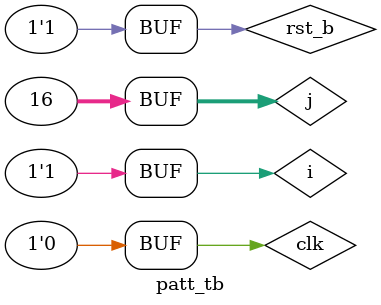
<source format=v>
module patt(
  input clk, rst_b, i,
  output reg [1:0] s
);

reg [1:0] st, st_next;
localparam s0 = 2'd0;
localparam s1 = 2'd1;
localparam s2 = 2'd2;
localparam s3 = 2'd3;

always @(*) begin
  case(st)
    s0: if(i == 0) st_next = s0; else st_next = s1;
    s1: if(i == 0) st_next = s2; else st_next = s1;
    s2: if(i == 0) st_next = s0; else st_next = s3;
    s3: if(i == 0) st_next = s3; else st_next = s1;    
  endcase
end

always @(*) begin
  s = 0;
  case(st)
    s0: if(i == 0) s = 0; else s = 0;
    s1: if(i == 0) s = 0; else s = 0;
    s2: if(i == 0) s = 0; else s = 0;
    s3: if(i == 0) s = 0; else s = 1;
  endcase
end

always @(posedge clk, negedge rst_b) begin
  if(!rst_b) st <= 0;
  else st <= st_next;
end
endmodule

module patt_tb;
  reg clk, rst_b, i;
  wire s;
  
  patt patt_i(.clk(clk), .rst_b(rst_b), .i(i), .s(s));
  
  integer j;
  initial begin
    clk = 0;
    rst_b = 0;
    i = 1;
  end
  
  initial begin
    for(j = 1; j <= 15; j = j + 1) begin
      #100; clk = ~clk;
    end
  end
  
  initial begin
    #25; rst_b = 1;
  end
  
  initial begin
    #100; i = 0;
    #100; i = 1;
    #200; i = 0;
    #100; i = 1;
  end
endmodule
</source>
